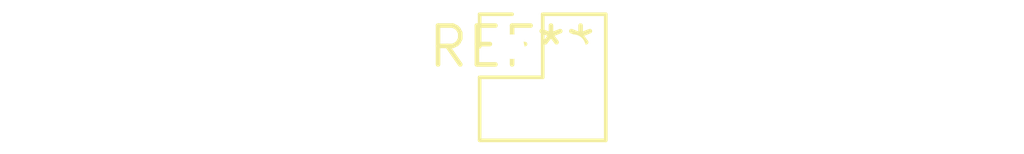
<source format=kicad_pcb>
(kicad_pcb (version 20240108) (generator pcbnew)
  (layers (0 "F.Cu" signal) (31 "B.Cu" signal) (34 "B.Paste" user) (35 "F.Paste" user) (36 "B.SilkS" user "B.Silkscreen") (37 "F.SilkS" user "F.Silkscreen") (38 "B.Mask" user) (39 "F.Mask" user) (44 "Edge.Cuts" user))
  (net 0 "")
  (footprint "PinHeader_2x02_P2.00mm_Vertical" (layer "F.Cu") (at 0 0)
    (property "Reference" "REF**")
    (property "Value" "PinHeader_2x02_P2.00mm_Vertical")
    (fp_line (start -1.06 -1.06) (end 0 -1.06) (layer "F.SilkS") (stroke (width 0.12)))
    (fp_line (start -1.06 0) (end -1.06 -1.06) (layer "F.SilkS") (stroke (width 0.12)))
    (fp_line (start -1.06 1) (end -1.06 3.06) (layer "F.SilkS") (stroke (width 0.12)))
    (fp_line (start -1.06 1) (end 1 1) (layer "F.SilkS") (stroke (width 0.12)))
    (fp_line (start -1.06 3.06) (end 3.06 3.06) (layer "F.SilkS") (stroke (width 0.12)))
    (fp_line (start 1 -1.06) (end 3.06 -1.06) (layer "F.SilkS") (stroke (width 0.12)))
    (fp_line (start 1 1) (end 1 -1.06) (layer "F.SilkS") (stroke (width 0.12)))
    (fp_line (start 3.06 -1.06) (end 3.06 3.06) (layer "F.SilkS") (stroke (width 0.12)))
    (pad "1" thru_hole rect (at 0 0) (size 1.35 1.35) (drill 0.8) (layers *.Cu *.Mask) (remove_unused_layers))
    (pad "2" thru_hole oval (at 2 0) (size 1.35 1.35) (drill 0.8) (layers *.Cu *.Mask) (remove_unused_layers))
    (pad "3" thru_hole oval (at 0 2) (size 1.35 1.35) (drill 0.8) (layers *.Cu *.Mask) (remove_unused_layers))
    (pad "4" thru_hole oval (at 2 2) (size 1.35 1.35) (drill 0.8) (layers *.Cu *.Mask) (remove_unused_layers))
  )
)
</source>
